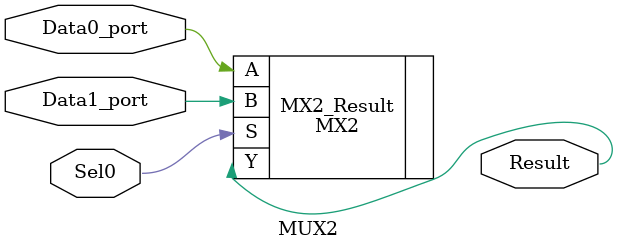
<source format=v>
`timescale 1 ns/100 ps


module MUX2(
       Data0_port,
       Data1_port,
       Sel0,
       Result
    );
input  Data0_port;
input  Data1_port;
input  Sel0;
output Result;

    
    MX2 MX2_Result (.A(Data0_port), .B(Data1_port), .S(Sel0), .Y(
        Result));
    
endmodule

// _Disclaimer: Please leave the following comments in the file, they are for internal purposes only._


// _GEN_File_Contents_

// Version:10.1.3.1
// ACTGENU_CALL:1
// BATCH:T
// FAM:PA3SOC2
// OUTFORMAT:Verilog
// LPMTYPE:LPM_MUX
// LPM_HINT:None
// INSERT_PAD:NO
// INSERT_IOREG:NO
// GEN_BHV_VHDL_VAL:F
// GEN_BHV_VERILOG_VAL:F
// MGNTIMER:F
// MGNCMPL:T
// DESDIR:Z:/russ/private/research/senseye/git/sw/smartfusion/impl/libero/insight/smartgen\MUX2
// GEN_BEHV_MODULE:F
// SMARTGEN_DIE:IP6X5M2
// SMARTGEN_PACKAGE:fg484
// AGENIII_IS_SUBPROJECT_LIBERO:T
// WIDTH:1
// SIZE:2
// SEL0_FANIN:AUTO
// SEL0_VAL:6
// SEL0_POLARITY:1
// SEL1_FANIN:AUTO
// SEL1_VAL:6
// SEL1_POLARITY:2
// SEL2_FANIN:AUTO
// SEL2_VAL:6
// SEL2_POLARITY:2
// SEL3_FANIN:AUTO
// SEL3_VAL:6
// SEL3_POLARITY:2
// SEL4_FANIN:AUTO
// SEL4_VAL:6
// SEL4_POLARITY:2

// _End_Comments_


</source>
